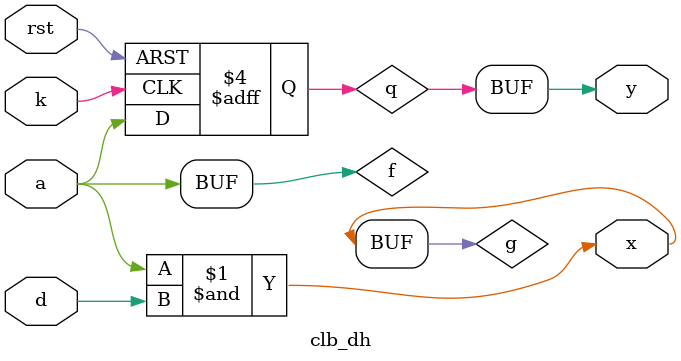
<source format=v>
module clb_dh(
	input a,
	input d,
	input k,
	input rst,
	output x,
	output y
);

	wire f, g;
	reg q;
	
	assign f = a;
	assign g = a & d;
	
	always @(posedge k, negedge rst) begin
		if (rst == 1'b0) begin
			q <= 1'b0;
		end else begin
			q <= f;
		end
	end
	
	assign x = g;
	assign y = q;
	
endmodule

</source>
